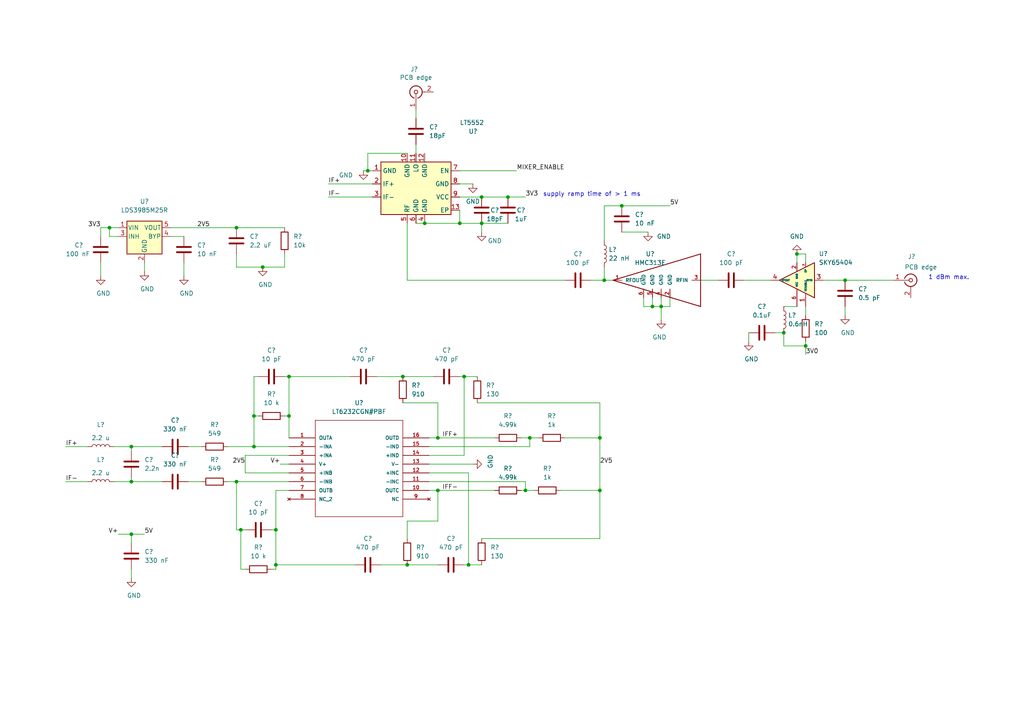
<source format=kicad_sch>
(kicad_sch (version 20210621) (generator eeschema)
  (paper "A4")
  (lib_symbols
    (symbol "Connector:Conn_Coaxial" (pin_names (offset 1.016) hide)
      (property "Reference" "J" (at 0.254 3.048 0))
      (property "Value" "Conn_Coaxial" (at 2.921 0 90))
      (symbol "Conn_Coaxial_0_1"
        (arc (start -1.778 0.508) (end 1.778 0) (radius (at -0.0508 0) (length 1.8034) (angles 163.6 0)) (stroke (width 0.254)))
        (arc (start 1.778 0) (end -1.778 -0.508) (radius (at -0.0254 0) (length 1.8034) (angles 0 -163.8)) (stroke (width 0.254)))
        (circle (center 0 0) (radius 0.508) (stroke (width 0.2032)))
        (polyline (pts (xy -2.54 0) (xy -0.508 0)))
        (polyline (pts (xy 0 -2.54) (xy 0 -1.778)))
      )
      (symbol "Conn_Coaxial_1_1"
        (pin passive line (at -5.08 0 0) (length 2.54) (name "In") (number "1"))
        (pin passive line (at 0 -5.08 90) (length 2.54) (name "Ext") (number "2"))
      )
    )
    (symbol "Device:C" (pin_numbers hide) (pin_names (offset 0.254))
      (property "Reference" "C" (at 0.635 2.54 0))
      (property "Value" "C" (at 0.635 -2.54 0))
      (symbol "C_0_1"
        (polyline (pts (xy -2.032 -0.762) (xy 2.032 -0.762)) (stroke (width 0.508)))
        (polyline (pts (xy -2.032 0.762) (xy 2.032 0.762)) (stroke (width 0.508)))
      )
      (symbol "C_1_1"
        (pin passive line (at 0 3.81 270) (length 2.794) (name "~") (number "1"))
        (pin passive line (at 0 -3.81 90) (length 2.794) (name "~") (number "2"))
      )
    )
    (symbol "Device:L" (pin_numbers hide) (pin_names (offset 1.016) hide)
      (property "Reference" "L" (at -1.27 0 90))
      (property "Value" "L" (at 1.905 0 90))
      (symbol "L_0_1"
        (arc (start 0 -2.54) (end 0 -1.27) (radius (at 0 -1.905) (length 0.635) (angles -89.9 89.9)))
        (arc (start 0 -1.27) (end 0 0) (radius (at 0 -0.635) (length 0.635) (angles -89.9 89.9)))
        (arc (start 0 0) (end 0 1.27) (radius (at 0 0.635) (length 0.635) (angles -89.9 89.9)))
        (arc (start 0 1.27) (end 0 2.54) (radius (at 0 1.905) (length 0.635) (angles -89.9 89.9)))
      )
      (symbol "L_1_1"
        (pin passive line (at 0 3.81 270) (length 1.27) (name "1") (number "1"))
        (pin passive line (at 0 -3.81 90) (length 1.27) (name "2") (number "2"))
      )
    )
    (symbol "Device:R" (pin_numbers hide) (pin_names (offset 0))
      (property "Reference" "R" (at 2.032 0 90))
      (property "Value" "R" (at 0 0 90))
      (symbol "R_0_1"
        (rectangle (start -1.016 -2.54) (end 1.016 2.54) (stroke (width 0.254)))
      )
      (symbol "R_1_1"
        (pin passive line (at 0 3.81 270) (length 1.27) (name "~") (number "1"))
        (pin passive line (at 0 -3.81 90) (length 1.27) (name "~") (number "2"))
      )
    )
    (symbol "HMC313E:HMC313E" (pin_names (offset 1.016))
      (property "Reference" "U" (at 10.16 7.62 0))
      (property "Value" "HMC313E" (at 10.16 5.08 0))
      (symbol "HMC313E_0_0"
        (polyline (pts (xy -15.24 -7.62) (xy -15.24 7.62)) (stroke (width 0.254)))
        (polyline (pts (xy -15.24 7.62) (xy 10.16 0)) (stroke (width 0.254)))
        (polyline (pts (xy 10.16 0) (xy -15.24 -7.62)) (stroke (width 0.254)))
        (pin output line (at 10.16 0 180) (length 2.54) (name "RFOUT") (number "1"))
        (pin power_in line (at -6.35 5.08 270) (length 2.54) (name "GND") (number "2"))
        (pin input line (at -15.24 0 0) (length 2.54) (name "RFIN") (number "3"))
        (pin power_in line (at -3.81 5.08 270) (length 2.54) (name "GND") (number "4"))
        (pin power_in line (at -1.27 5.08 270) (length 2.54) (name "GND") (number "5"))
        (pin power_in line (at 1.27 5.08 270) (length 2.54) (name "GND") (number "6"))
      )
    )
    (symbol "LT6232CGNPBF:LT6232CGNPBF" (pin_names (offset 1.016))
      (property "Reference" "U" (at 15.621 9.1186 0))
      (property "Value" "LT6232CGNPBF" (at 14.9606 6.5786 0))
      (symbol "LT6232CGNPBF_0_0"
        (polyline (pts (xy 7.62 -22.86) (xy 33.02 -22.86)) (stroke (width 0.1524)))
        (polyline (pts (xy 7.62 5.08) (xy 7.62 -22.86)) (stroke (width 0.1524)))
        (polyline (pts (xy 33.02 -22.86) (xy 33.02 5.08)) (stroke (width 0.1524)))
        (polyline (pts (xy 33.02 5.08) (xy 7.62 5.08)) (stroke (width 0.1524)))
        (pin output line (at 0 0 0) (length 7.62) (name "OUTA") (number "1"))
        (pin output line (at 40.64 -15.24 180) (length 7.62) (name "OUTC") (number "10"))
        (pin input line (at 40.64 -12.7 180) (length 7.62) (name "-INC") (number "11"))
        (pin input line (at 40.64 -10.16 180) (length 7.62) (name "+INC") (number "12"))
        (pin power_in line (at 40.64 -7.62 180) (length 7.62) (name "V-") (number "13"))
        (pin input line (at 40.64 -5.08 180) (length 7.62) (name "+IND") (number "14"))
        (pin input line (at 40.64 -2.54 180) (length 7.62) (name "-IND") (number "15"))
        (pin output line (at 40.64 0 180) (length 7.62) (name "OUTD") (number "16"))
        (pin input line (at 0 -2.54 0) (length 7.62) (name "-INA") (number "2"))
        (pin input line (at 0 -5.08 0) (length 7.62) (name "+INA") (number "3"))
        (pin power_in line (at 0 -7.62 0) (length 7.62) (name "V+") (number "4"))
        (pin input line (at 0 -10.16 0) (length 7.62) (name "+INB") (number "5"))
        (pin input line (at 0 -12.7 0) (length 7.62) (name "-INB") (number "6"))
        (pin output line (at 0 -15.24 0) (length 7.62) (name "OUTB") (number "7"))
        (pin no_connect line (at 0 -17.78 0) (length 7.62) (name "NC_2") (number "8"))
        (pin no_connect line (at 40.64 -17.78 180) (length 7.62) (name "NC") (number "9"))
      )
    )
    (symbol "RF_Amplifier:SKY65404"
      (property "Reference" "U" (at 6.35 2.54 0))
      (property "Value" "SKY65404" (at 10.16 -2.54 0))
      (symbol "SKY65404_0_1"
        (polyline (pts (xy -2.54 5.08) (xy -2.54 -2.54) (xy -2.54 -5.08) (xy 7.62 0) (xy -2.54 5.08)) (stroke (width 0.254)) (fill (type background)))
      )
      (symbol "SKY65404_1_1"
        (pin input line (at 0 7.62 270) (length 3.81) (name "VENABLE") (number "1"))
        (pin power_in line (at 2.54 -5.08 90) (length 2.54) (name "GND") (number "2"))
        (pin input line (at -5.08 0 0) (length 2.54) (name "RFIN") (number "3"))
        (pin output line (at 10.16 0 180) (length 2.54) (name "RFOUT") (number "4"))
        (pin passive line (at 2.54 -5.08 90) (length 2.54) hide (name "GND") (number "5"))
        (pin power_in line (at 2.54 7.62 270) (length 5.08) (name "VCC") (number "6"))
        (pin passive line (at 0 -5.08 90) (length 1.27) (name "EP") (number "7"))
      )
    )
    (symbol "RF_Mixer:LT5552"
      (property "Reference" "U" (at -13.97 13.97 0))
      (property "Value" "LT5552" (at -13.97 11.43 0))
      (symbol "LT5552_0_0"
        (pin power_in line (at -10.16 -2.54 0) (length 2.54) (name "GND") (number "10"))
        (pin input line (at -10.16 0 0) (length 2.54) (name "LO") (number "11"))
        (pin power_in line (at -10.16 2.54 0) (length 2.54) (name "GND") (number "12"))
        (pin power_in line (at 6.35 12.7 270) (length 2.54) (name "EP") (number "13"))
      )
      (symbol "LT5552_0_1"
        (rectangle (start -7.62 10.16) (end 7.62 -10.16) (stroke (width 0.254)) (fill (type background)))
      )
      (symbol "LT5552_1_1"
        (pin power_in line (at -5.08 -12.7 90) (length 2.54) (name "GND") (number "1"))
        (pin bidirectional line (at -1.27 -12.7 90) (length 2.54) (name "IF+") (number "2"))
        (pin bidirectional line (at 2.54 -12.7 90) (length 2.54) (name "IF-") (number "3"))
        (pin power_in line (at 10.16 2.54 180) (length 2.54) (name "GND") (number "4"))
        (pin bidirectional line (at 10.16 -2.54 180) (length 2.54) (name "RF") (number "5"))
        (pin power_in line (at 10.16 0 180) (length 2.54) (name "GND") (number "6"))
        (pin input line (at -5.08 12.7 270) (length 2.54) (name "EN") (number "7"))
        (pin power_in line (at -1.27 12.7 270) (length 2.54) (name "GND") (number "8"))
        (pin power_in line (at 2.54 12.7 270) (length 2.54) (name "VCC") (number "9"))
      )
    )
    (symbol "Regulator_Linear:LD3985M25R_SOT23" (pin_names (offset 0.254))
      (property "Reference" "U" (at -3.81 5.715 0))
      (property "Value" "LD3985M25R_SOT23" (at 0 5.715 0))
      (symbol "LD3985M25R_SOT23_0_1"
        (rectangle (start -5.08 4.445) (end 5.08 -5.08) (stroke (width 0.254)) (fill (type background)))
      )
      (symbol "LD3985M25R_SOT23_1_1"
        (pin power_in line (at -7.62 2.54 0) (length 2.54) (name "VIN") (number "1"))
        (pin power_in line (at 0 -7.62 90) (length 2.54) (name "GND") (number "2"))
        (pin input line (at -7.62 0 0) (length 2.54) (name "INH") (number "3"))
        (pin input line (at 7.62 0 180) (length 2.54) (name "BYP") (number "4"))
        (pin power_out line (at 7.62 2.54 180) (length 2.54) (name "VOUT") (number "5"))
      )
    )
    (symbol "power:GND" (power) (pin_names (offset 0))
      (property "Value" "GND" (at 0 -3.81 0))
      (symbol "GND_0_1"
        (polyline (pts (xy 0 0) (xy 0 -1.27) (xy 1.27 -1.27) (xy 0 -2.54) (xy -1.27 -1.27) (xy 0 -1.27)))
      )
      (symbol "GND_1_1"
        (pin power_in line (at 0 0 270) (length 0) hide (name "GND") (number "1"))
      )
    )
  )
  (junction (at 31.75 66.04))
  (junction (at 38.1 129.54))
  (junction (at 38.1 139.7))
  (junction (at 38.1 154.94))
  (junction (at 68.58 66.04))
  (junction (at 68.58 139.7))
  (junction (at 69.85 153.67))
  (junction (at 73.66 120.65))
  (junction (at 73.66 129.54))
  (junction (at 76.2 77.47))
  (junction (at 80.01 153.67))
  (junction (at 80.01 163.83))
  (junction (at 83.82 109.22))
  (junction (at 83.82 120.65))
  (junction (at 106.68 49.53))
  (junction (at 116.84 109.22))
  (junction (at 118.11 163.83))
  (junction (at 123.19 64.77))
  (junction (at 127 127))
  (junction (at 127 142.24))
  (junction (at 133.35 64.77))
  (junction (at 134.62 109.22))
  (junction (at 135.89 163.83))
  (junction (at 139.7 57.15))
  (junction (at 139.7 64.77))
  (junction (at 147.32 57.15))
  (junction (at 152.4 142.24))
  (junction (at 153.67 127))
  (junction (at 173.99 127))
  (junction (at 173.99 142.24))
  (junction (at 175.26 81.28))
  (junction (at 180.34 59.69))
  (junction (at 189.23 88.9))
  (junction (at 191.77 88.9))
  (junction (at 227.33 96.52))
  (junction (at 231.14 73.66))
  (junction (at 233.68 100.33))
  (junction (at 245.11 81.28))
  (wire (pts (xy 19.05 129.54) (xy 25.4 129.54)))
  (wire (pts (xy 19.05 139.7) (xy 25.4 139.7)))
  (wire (pts (xy 29.21 66.04) (xy 29.21 68.58)))
  (wire (pts (xy 29.21 66.04) (xy 31.75 66.04)))
  (wire (pts (xy 29.21 76.2) (xy 29.21 80.01)))
  (wire (pts (xy 31.75 66.04) (xy 34.29 66.04)))
  (wire (pts (xy 31.75 68.58) (xy 31.75 66.04)))
  (wire (pts (xy 33.02 129.54) (xy 38.1 129.54)))
  (wire (pts (xy 33.02 139.7) (xy 38.1 139.7)))
  (wire (pts (xy 34.29 68.58) (xy 31.75 68.58)))
  (wire (pts (xy 34.29 154.94) (xy 38.1 154.94)))
  (wire (pts (xy 38.1 129.54) (xy 38.1 130.81)))
  (wire (pts (xy 38.1 129.54) (xy 46.99 129.54)))
  (wire (pts (xy 38.1 138.43) (xy 38.1 139.7)))
  (wire (pts (xy 38.1 139.7) (xy 46.99 139.7)))
  (wire (pts (xy 38.1 154.94) (xy 38.1 157.48)))
  (wire (pts (xy 38.1 154.94) (xy 41.91 154.94)))
  (wire (pts (xy 38.1 165.1) (xy 38.1 167.64)))
  (wire (pts (xy 41.91 76.2) (xy 41.91 78.74)))
  (wire (pts (xy 49.53 66.04) (xy 68.58 66.04)))
  (wire (pts (xy 49.53 68.58) (xy 53.34 68.58)))
  (wire (pts (xy 53.34 76.2) (xy 53.34 80.01)))
  (wire (pts (xy 54.61 129.54) (xy 58.42 129.54)))
  (wire (pts (xy 54.61 139.7) (xy 58.42 139.7)))
  (wire (pts (xy 66.04 129.54) (xy 73.66 129.54)))
  (wire (pts (xy 66.04 139.7) (xy 68.58 139.7)))
  (wire (pts (xy 68.58 66.04) (xy 82.55 66.04)))
  (wire (pts (xy 68.58 73.66) (xy 68.58 77.47)))
  (wire (pts (xy 68.58 77.47) (xy 76.2 77.47)))
  (wire (pts (xy 68.58 139.7) (xy 68.58 153.67)))
  (wire (pts (xy 68.58 139.7) (xy 83.82 139.7)))
  (wire (pts (xy 68.58 153.67) (xy 69.85 153.67)))
  (wire (pts (xy 69.85 153.67) (xy 69.85 165.1)))
  (wire (pts (xy 69.85 153.67) (xy 71.12 153.67)))
  (wire (pts (xy 71.12 132.08) (xy 71.12 137.16)))
  (wire (pts (xy 71.12 132.08) (xy 83.82 132.08)))
  (wire (pts (xy 71.12 165.1) (xy 69.85 165.1)))
  (wire (pts (xy 73.66 109.22) (xy 73.66 120.65)))
  (wire (pts (xy 73.66 120.65) (xy 73.66 129.54)))
  (wire (pts (xy 73.66 129.54) (xy 83.82 129.54)))
  (wire (pts (xy 74.93 109.22) (xy 73.66 109.22)))
  (wire (pts (xy 74.93 120.65) (xy 73.66 120.65)))
  (wire (pts (xy 76.2 77.47) (xy 82.55 77.47)))
  (wire (pts (xy 78.74 153.67) (xy 80.01 153.67)))
  (wire (pts (xy 80.01 142.24) (xy 80.01 153.67)))
  (wire (pts (xy 80.01 153.67) (xy 80.01 163.83)))
  (wire (pts (xy 80.01 163.83) (xy 80.01 165.1)))
  (wire (pts (xy 80.01 163.83) (xy 102.87 163.83)))
  (wire (pts (xy 80.01 165.1) (xy 78.74 165.1)))
  (wire (pts (xy 81.28 134.62) (xy 83.82 134.62)))
  (wire (pts (xy 82.55 73.66) (xy 82.55 77.47)))
  (wire (pts (xy 82.55 109.22) (xy 83.82 109.22)))
  (wire (pts (xy 83.82 109.22) (xy 83.82 120.65)))
  (wire (pts (xy 83.82 109.22) (xy 101.6 109.22)))
  (wire (pts (xy 83.82 120.65) (xy 82.55 120.65)))
  (wire (pts (xy 83.82 127) (xy 83.82 120.65)))
  (wire (pts (xy 83.82 137.16) (xy 71.12 137.16)))
  (wire (pts (xy 83.82 142.24) (xy 80.01 142.24)))
  (wire (pts (xy 95.25 53.34) (xy 107.95 53.34)))
  (wire (pts (xy 95.25 57.15) (xy 107.95 57.15)))
  (wire (pts (xy 106.68 44.45) (xy 106.68 49.53)))
  (wire (pts (xy 106.68 49.53) (xy 105.41 49.53)))
  (wire (pts (xy 107.95 49.53) (xy 106.68 49.53)))
  (wire (pts (xy 109.22 109.22) (xy 116.84 109.22)))
  (wire (pts (xy 110.49 163.83) (xy 118.11 163.83)))
  (wire (pts (xy 116.84 109.22) (xy 125.73 109.22)))
  (wire (pts (xy 116.84 116.84) (xy 127 116.84)))
  (wire (pts (xy 118.11 44.45) (xy 106.68 44.45)))
  (wire (pts (xy 118.11 64.77) (xy 118.11 81.28)))
  (wire (pts (xy 118.11 81.28) (xy 163.83 81.28)))
  (wire (pts (xy 118.11 151.13) (xy 127 151.13)))
  (wire (pts (xy 118.11 156.21) (xy 118.11 151.13)))
  (wire (pts (xy 118.11 163.83) (xy 127 163.83)))
  (wire (pts (xy 120.65 31.75) (xy 120.65 34.29)))
  (wire (pts (xy 120.65 41.91) (xy 120.65 44.45)))
  (wire (pts (xy 123.19 64.77) (xy 120.65 64.77)))
  (wire (pts (xy 124.46 127) (xy 127 127)))
  (wire (pts (xy 124.46 129.54) (xy 153.67 129.54)))
  (wire (pts (xy 124.46 134.62) (xy 137.16 134.62)))
  (wire (pts (xy 124.46 139.7) (xy 152.4 139.7)))
  (wire (pts (xy 124.46 142.24) (xy 127 142.24)))
  (wire (pts (xy 127 116.84) (xy 127 127)))
  (wire (pts (xy 127 127) (xy 143.51 127)))
  (wire (pts (xy 127 142.24) (xy 143.51 142.24)))
  (wire (pts (xy 127 151.13) (xy 127 142.24)))
  (wire (pts (xy 133.35 49.53) (xy 149.86 49.53)))
  (wire (pts (xy 133.35 53.34) (xy 137.16 53.34)))
  (wire (pts (xy 133.35 60.96) (xy 133.35 64.77)))
  (wire (pts (xy 133.35 64.77) (xy 123.19 64.77)))
  (wire (pts (xy 133.35 109.22) (xy 134.62 109.22)))
  (wire (pts (xy 134.62 109.22) (xy 134.62 132.08)))
  (wire (pts (xy 134.62 109.22) (xy 138.43 109.22)))
  (wire (pts (xy 134.62 132.08) (xy 124.46 132.08)))
  (wire (pts (xy 134.62 163.83) (xy 135.89 163.83)))
  (wire (pts (xy 135.89 137.16) (xy 124.46 137.16)))
  (wire (pts (xy 135.89 163.83) (xy 135.89 137.16)))
  (wire (pts (xy 135.89 163.83) (xy 139.7 163.83)))
  (wire (pts (xy 138.43 116.84) (xy 173.99 116.84)))
  (wire (pts (xy 139.7 57.15) (xy 133.35 57.15)))
  (wire (pts (xy 139.7 57.15) (xy 147.32 57.15)))
  (wire (pts (xy 139.7 64.77) (xy 133.35 64.77)))
  (wire (pts (xy 139.7 64.77) (xy 139.7 67.31)))
  (wire (pts (xy 139.7 64.77) (xy 147.32 64.77)))
  (wire (pts (xy 147.32 57.15) (xy 152.4 57.15)))
  (wire (pts (xy 151.13 127) (xy 153.67 127)))
  (wire (pts (xy 151.13 142.24) (xy 152.4 142.24)))
  (wire (pts (xy 152.4 139.7) (xy 152.4 142.24)))
  (wire (pts (xy 152.4 142.24) (xy 154.94 142.24)))
  (wire (pts (xy 153.67 127) (xy 156.21 127)))
  (wire (pts (xy 153.67 129.54) (xy 153.67 127)))
  (wire (pts (xy 162.56 142.24) (xy 173.99 142.24)))
  (wire (pts (xy 163.83 127) (xy 173.99 127)))
  (wire (pts (xy 171.45 81.28) (xy 175.26 81.28)))
  (wire (pts (xy 173.99 116.84) (xy 173.99 127)))
  (wire (pts (xy 173.99 127) (xy 173.99 142.24)))
  (wire (pts (xy 173.99 142.24) (xy 173.99 156.21)))
  (wire (pts (xy 173.99 156.21) (xy 139.7 156.21)))
  (wire (pts (xy 175.26 59.69) (xy 175.26 69.85)))
  (wire (pts (xy 175.26 77.47) (xy 175.26 81.28)))
  (wire (pts (xy 175.26 81.28) (xy 177.8 81.28)))
  (wire (pts (xy 180.34 59.69) (xy 175.26 59.69)))
  (wire (pts (xy 180.34 59.69) (xy 194.31 59.69)))
  (wire (pts (xy 180.34 67.31) (xy 187.96 67.31)))
  (wire (pts (xy 186.69 86.36) (xy 186.69 88.9)))
  (wire (pts (xy 186.69 88.9) (xy 189.23 88.9)))
  (wire (pts (xy 189.23 88.9) (xy 189.23 86.36)))
  (wire (pts (xy 189.23 88.9) (xy 191.77 88.9)))
  (wire (pts (xy 191.77 86.36) (xy 191.77 88.9)))
  (wire (pts (xy 191.77 88.9) (xy 191.77 92.71)))
  (wire (pts (xy 194.31 86.36) (xy 194.31 88.9)))
  (wire (pts (xy 194.31 88.9) (xy 191.77 88.9)))
  (wire (pts (xy 203.2 81.28) (xy 208.28 81.28)))
  (wire (pts (xy 215.9 81.28) (xy 223.52 81.28)))
  (wire (pts (xy 217.17 96.52) (xy 217.17 99.06)))
  (wire (pts (xy 224.79 96.52) (xy 227.33 96.52)))
  (wire (pts (xy 227.33 88.9) (xy 231.14 88.9)))
  (wire (pts (xy 227.33 96.52) (xy 227.33 100.33)))
  (wire (pts (xy 227.33 100.33) (xy 233.68 100.33)))
  (wire (pts (xy 231.14 73.66) (xy 231.14 76.2)))
  (wire (pts (xy 233.68 73.66) (xy 231.14 73.66)))
  (wire (pts (xy 233.68 76.2) (xy 233.68 73.66)))
  (wire (pts (xy 233.68 88.9) (xy 233.68 91.44)))
  (wire (pts (xy 233.68 99.06) (xy 233.68 100.33)))
  (wire (pts (xy 233.68 100.33) (xy 233.68 102.87)))
  (wire (pts (xy 238.76 81.28) (xy 245.11 81.28)))
  (wire (pts (xy 245.11 81.28) (xy 259.08 81.28)))
  (wire (pts (xy 245.11 88.9) (xy 245.11 91.44)))
  (text "supply ramp time of > 1 ms" (at 157.48 57.15 0) (effects (font (size 1.27 1.27)) (justify left bottom)))
  (text "1 dBm max." (at 269.24 81.28 0) (effects (font (size 1.27 1.27)) (justify left bottom)))
  (label "IF+" (at 19.05 129.54 0))
  (label "IF-" (at 19.05 139.7 0))
  (label "3V3" (at 29.21 66.04 180))
  (label "V+" (at 34.29 154.94 180))
  (label "5V" (at 41.91 154.94 0))
  (label "2V5" (at 57.15 66.04 0))
  (label "2V5" (at 71.12 134.62 180))
  (label "V+" (at 81.28 134.62 180))
  (label "IF+" (at 95.25 53.34 0))
  (label "IF-" (at 95.25 57.15 0))
  (label "IFF+" (at 128.27 127 0))
  (label "IFF-" (at 128.27 142.24 0))
  (label "MIXER_ENABLE" (at 149.86 49.53 0))
  (label "3V3" (at 152.4 57.15 0))
  (label "2V5" (at 173.99 134.62 0))
  (label "5V" (at 194.31 59.69 0))
  (label "3V0" (at 233.68 102.87 0))
  (symbol (lib_id "power:GND") (at 29.21 80.01 0) (unit 1)
    (property "Reference" "#PWR?" (effects hide))
    (property "Value" "GND" (at 27.94 85.0899 0) (effects (justify left)))
  )
  (symbol (lib_id "power:GND") (at 38.1 167.64 0) (unit 1)
    (property "Reference" "#PWR?" (effects hide))
    (property "Value" "GND" (at 36.83 172.7199 0) (effects (justify left)))
  )
  (symbol (lib_id "power:GND") (at 41.91 78.74 0) (unit 1)
    (property "Reference" "#PWR?" (effects hide))
    (property "Value" "GND" (at 40.64 83.8199 0) (effects (justify left)))
  )
  (symbol (lib_id "power:GND") (at 53.34 80.01 0) (unit 1)
    (property "Reference" "#PWR?" (effects hide))
    (property "Value" "GND" (at 52.07 85.0899 0) (effects (justify left)))
  )
  (symbol (lib_id "power:GND") (at 76.2 77.47 0) (unit 1)
    (property "Reference" "#PWR?" (effects hide))
    (property "Value" "GND" (at 74.93 82.5499 0) (effects (justify left)))
  )
  (symbol (lib_id "power:GND") (at 105.41 49.53 0) (unit 1)
    (property "Reference" "#PWR?" (effects hide))
    (property "Value" "GND" (at 100.33 50.8 0))
  )
  (symbol (lib_id "power:GND") (at 137.16 53.34 0) (unit 1)
    (property "Reference" "#PWR?" (effects hide))
    (property "Value" "GND" (at 137.16 58.42 0))
  )
  (symbol (lib_id "power:GND") (at 137.16 134.62 90) (unit 1)
    (property "Reference" "#PWR?" (effects hide))
    (property "Value" "GND" (at 142.2399 135.89 0) (effects (justify left)))
  )
  (symbol (lib_id "power:GND") (at 139.7 67.31 0) (unit 1)
    (property "Reference" "#PWR?" (effects hide))
    (property "Value" "GND" (at 143.51 69.85 0))
  )
  (symbol (lib_id "power:GND") (at 187.96 67.31 0) (unit 1)
    (property "Reference" "#PWR?" (effects hide))
    (property "Value" "GND" (at 190.5 68.5799 0) (effects (justify left)))
  )
  (symbol (lib_id "power:GND") (at 191.77 92.71 0) (unit 1)
    (property "Reference" "#PWR?" (effects hide))
    (property "Value" "GND" (at 189.23 97.7899 0) (effects (justify left)))
  )
  (symbol (lib_id "power:GND") (at 217.17 99.06 0) (unit 1)
    (property "Reference" "#PWR?" (effects hide))
    (property "Value" "GND" (at 215.9 104.1399 0) (effects (justify left)))
  )
  (symbol (lib_id "power:GND") (at 231.14 73.66 180) (unit 1)
    (property "Reference" "#PWR?" (effects hide))
    (property "Value" "GND" (at 231.14 68.58 0))
  )
  (symbol (lib_id "power:GND") (at 245.11 91.44 0) (unit 1)
    (property "Reference" "#PWR?" (effects hide))
    (property "Value" "GND" (at 243.84 96.5199 0) (effects (justify left)))
  )
  (symbol (lib_id "Device:L") (at 29.21 129.54 90) (unit 1)
    (property "Reference" "L?" (at 29.21 123.19 90))
    (property "Value" "2.2 u" (at 29.21 127 90))
  )
  (symbol (lib_id "Device:L") (at 29.21 139.7 90) (unit 1)
    (property "Reference" "L?" (at 29.21 133.35 90))
    (property "Value" "2.2 u" (at 29.21 137.16 90))
  )
  (symbol (lib_id "Device:L") (at 175.26 73.66 0) (unit 1)
    (property "Reference" "L?" (at 176.53 72.3899 0) (effects (justify left)))
    (property "Value" "22 nH" (at 176.53 74.9299 0) (effects (justify left)))
    (property "Footprint" "Inductor_SMD:L_0805_2012Metric" (effects hide))
  )
  (symbol (lib_id "Device:L") (at 227.33 92.71 0) (unit 1)
    (property "Reference" "L?" (at 228.6 91.4399 0) (effects (justify left)))
    (property "Value" "0.6nH" (at 228.6 93.9799 0) (effects (justify left)))
  )
  (symbol (lib_id "Device:R") (at 62.23 129.54 90) (unit 1)
    (property "Reference" "R?" (at 62.23 123.19 90))
    (property "Value" "549" (at 62.23 125.73 90))
  )
  (symbol (lib_id "Device:R") (at 62.23 139.7 90) (unit 1)
    (property "Reference" "R?" (at 62.23 133.35 90))
    (property "Value" "549" (at 62.23 135.89 90))
  )
  (symbol (lib_id "Device:R") (at 74.93 165.1 90) (unit 1)
    (property "Reference" "R?" (at 74.93 158.75 90))
    (property "Value" "10 k" (at 74.93 161.29 90))
  )
  (symbol (lib_id "Device:R") (at 78.74 120.65 90) (unit 1)
    (property "Reference" "R?" (at 78.74 114.3 90))
    (property "Value" "10 k" (at 78.74 116.84 90))
  )
  (symbol (lib_id "Device:R") (at 82.55 69.85 180) (unit 1)
    (property "Reference" "R?" (at 85.09 68.5799 0) (effects (justify right)))
    (property "Value" "10k" (at 85.09 71.1199 0) (effects (justify right)))
  )
  (symbol (lib_id "Device:R") (at 116.84 113.03 0) (unit 1)
    (property "Reference" "R?" (at 119.38 111.7599 0) (effects (justify left)))
    (property "Value" "910" (at 119.38 114.2999 0) (effects (justify left)))
  )
  (symbol (lib_id "Device:R") (at 118.11 160.02 180) (unit 1)
    (property "Reference" "R?" (at 120.65 158.7499 0) (effects (justify right)))
    (property "Value" "910" (at 120.65 161.2899 0) (effects (justify right)))
  )
  (symbol (lib_id "Device:R") (at 138.43 113.03 180) (unit 1)
    (property "Reference" "R?" (at 140.97 111.7599 0) (effects (justify right)))
    (property "Value" "130" (at 140.97 114.2999 0) (effects (justify right)))
  )
  (symbol (lib_id "Device:R") (at 139.7 160.02 180) (unit 1)
    (property "Reference" "R?" (at 142.24 158.7499 0) (effects (justify right)))
    (property "Value" "130" (at 142.24 161.2899 0) (effects (justify right)))
  )
  (symbol (lib_id "Device:R") (at 147.32 127 90) (unit 1)
    (property "Reference" "R?" (at 147.32 120.65 90))
    (property "Value" "4.99k" (at 147.32 123.19 90))
  )
  (symbol (lib_id "Device:R") (at 147.32 142.24 90) (unit 1)
    (property "Reference" "R?" (at 147.32 135.89 90))
    (property "Value" "4.99k" (at 147.32 138.43 90))
  )
  (symbol (lib_id "Device:R") (at 158.75 142.24 90) (unit 1)
    (property "Reference" "R?" (at 158.75 135.89 90))
    (property "Value" "1k" (at 158.75 138.43 90))
  )
  (symbol (lib_id "Device:R") (at 160.02 127 90) (unit 1)
    (property "Reference" "R?" (at 160.02 120.65 90))
    (property "Value" "1k" (at 160.02 123.19 90))
  )
  (symbol (lib_id "Device:R") (at 233.68 95.25 0) (unit 1)
    (property "Reference" "R?" (at 236.22 93.9799 0) (effects (justify left)))
    (property "Value" "100" (at 236.22 96.5199 0) (effects (justify left)))
  )
  (symbol (lib_id "Device:C") (at 29.21 72.39 0) (unit 1)
    (property "Reference" "C?" (at 21.59 71.1199 0) (effects (justify left)))
    (property "Value" "100 nF" (at 19.05 73.6599 0) (effects (justify left)))
  )
  (symbol (lib_id "Device:C") (at 38.1 134.62 0) (unit 1)
    (property "Reference" "C?" (at 41.91 133.3499 0) (effects (justify left)))
    (property "Value" "2.2n" (at 41.91 135.8899 0) (effects (justify left)))
  )
  (symbol (lib_id "Device:C") (at 38.1 161.29 180) (unit 1)
    (property "Reference" "C?" (at 41.91 160.0199 0) (effects (justify right)))
    (property "Value" "330 nF" (at 41.91 162.5599 0) (effects (justify right)))
  )
  (symbol (lib_id "Device:C") (at 50.8 129.54 90) (unit 1)
    (property "Reference" "C?" (at 50.8 121.92 90))
    (property "Value" "330 nF" (at 50.8 124.46 90))
  )
  (symbol (lib_id "Device:C") (at 50.8 139.7 90) (unit 1)
    (property "Reference" "C?" (at 50.8 132.08 90))
    (property "Value" "330 nF" (at 50.8 134.62 90))
  )
  (symbol (lib_id "Device:C") (at 53.34 72.39 0) (unit 1)
    (property "Reference" "C?" (at 57.15 71.1199 0) (effects (justify left)))
    (property "Value" "10 nF" (at 57.15 73.6599 0) (effects (justify left)))
  )
  (symbol (lib_id "Device:C") (at 68.58 69.85 0) (unit 1)
    (property "Reference" "C?" (at 72.39 68.5799 0) (effects (justify left)))
    (property "Value" "2.2 uF" (at 72.39 71.1199 0) (effects (justify left)))
  )
  (symbol (lib_id "Device:C") (at 74.93 153.67 90) (unit 1)
    (property "Reference" "C?" (at 74.93 146.05 90))
    (property "Value" "10 pF" (at 74.93 148.59 90))
  )
  (symbol (lib_id "Device:C") (at 78.74 109.22 90) (unit 1)
    (property "Reference" "C?" (at 78.74 101.6 90))
    (property "Value" "10 pF" (at 78.74 104.14 90))
  )
  (symbol (lib_id "Device:C") (at 105.41 109.22 90) (unit 1)
    (property "Reference" "C?" (at 105.41 101.6 90))
    (property "Value" "470 pF" (at 105.41 104.14 90))
  )
  (symbol (lib_id "Device:C") (at 106.68 163.83 90) (unit 1)
    (property "Reference" "C?" (at 106.68 156.21 90))
    (property "Value" "470 pF" (at 106.68 158.75 90))
  )
  (symbol (lib_id "Device:C") (at 120.65 38.1 0) (unit 1)
    (property "Reference" "C?" (at 124.46 36.8299 0) (effects (justify left)))
    (property "Value" "18pF" (at 124.46 39.3699 0) (effects (justify left)))
    (property "Footprint" "Capacitor_SMD:C_0402_1005Metric" (effects hide))
    (property "Candidate" "0402ZK180GBS" (effects hide))
  )
  (symbol (lib_id "Device:C") (at 129.54 109.22 90) (unit 1)
    (property "Reference" "C?" (at 129.54 101.6 90))
    (property "Value" "470 pF" (at 129.54 104.14 90))
  )
  (symbol (lib_id "Device:C") (at 130.81 163.83 90) (unit 1)
    (property "Reference" "C?" (at 130.81 156.21 90))
    (property "Value" "470 pF" (at 130.81 158.75 90))
  )
  (symbol (lib_id "Device:C") (at 139.7 60.96 0) (unit 1)
    (property "Reference" "C?" (at 143.51 60.96 0))
    (property "Value" "18pF" (at 143.51 63.5 0))
    (property "Footprint" "Capacitor_SMD:C_0402_1005Metric" (effects hide))
    (property "Candidate" "GJM1555C1H180FB01" (effects hide))
  )
  (symbol (lib_id "Device:C") (at 147.32 60.96 0) (unit 1)
    (property "Reference" "C?" (at 151.13 60.96 0))
    (property "Value" "1uF" (at 151.13 63.5 0))
    (property "Footprint" "Capacitor_SMD:C_0603_1608Metric" (effects hide))
    (property "Candidate" "GRM188R71A105KA61" (effects hide))
  )
  (symbol (lib_id "Device:C") (at 167.64 81.28 90) (unit 1)
    (property "Reference" "C?" (at 167.64 73.66 90))
    (property "Value" "100 pF" (at 167.64 76.2 90))
    (property "Footprint" "Capacitor_SMD:C_0402_1005Metric" (effects hide))
  )
  (symbol (lib_id "Device:C") (at 180.34 63.5 0) (unit 1)
    (property "Reference" "C?" (at 184.15 62.2299 0) (effects (justify left)))
    (property "Value" "10 nF" (at 184.15 64.7699 0) (effects (justify left)))
    (property "Footprint" "Capacitor_SMD:C_0805_2012Metric" (effects hide))
  )
  (symbol (lib_id "Device:C") (at 212.09 81.28 90) (unit 1)
    (property "Reference" "C?" (at 212.09 73.66 90))
    (property "Value" "100 pF" (at 212.09 76.2 90))
    (property "Footprint" "Capacitor_SMD:C_0402_1005Metric" (effects hide))
  )
  (symbol (lib_id "Device:C") (at 220.98 96.52 90) (unit 1)
    (property "Reference" "C?" (at 220.98 88.9 90))
    (property "Value" "0.1uF" (at 220.98 91.44 90))
  )
  (symbol (lib_id "Device:C") (at 245.11 85.09 0) (unit 1)
    (property "Reference" "C?" (at 248.92 83.8199 0) (effects (justify left)))
    (property "Value" "0.5 pF" (at 248.92 86.3599 0) (effects (justify left)))
  )
  (symbol (lib_id "Connector:Conn_Coaxial") (at 120.65 26.67 90) (unit 1)
    (property "Reference" "J?" (at 120.142 20.066 90))
    (property "Value" "PCB edge" (at 120.65 22.479 90))
    (property "Footprint" "Connector_Coaxial:SMA_Molex_73251-1153_EdgeMount_Horizontal" (effects hide))
    (property "Datasheet" " ~" (effects hide))
    (property "Candidate" "0732511150" (effects hide))
  )
  (symbol (lib_id "Connector:Conn_Coaxial") (at 264.16 81.28 0) (unit 1)
    (property "Reference" "J?" (at 264.414 74.422 0))
    (property "Value" "PCB edge" (at 267.081 77.47 0))
    (property "Footprint" "Connector_Coaxial:SMA_Molex_73251-1153_EdgeMount_Horizontal" (effects hide))
    (property "Datasheet" " ~" (effects hide))
    (property "Candidate" "0732511150" (effects hide))
  )
  (symbol (lib_id "Regulator_Linear:LD3985M25R_SOT23") (at 41.91 68.58 0) (unit 1)
    (property "Reference" "U?" (at 41.91 58.42 0))
    (property "Value" "LDS3985M25R" (at 41.91 60.96 0))
    (property "Footprint" "Package_TO_SOT_SMD:SOT-23-5" (effects hide))
    (property "Datasheet" "http://www.st.com/internet/com/TECHNICAL_RESOURCES/TECHNICAL_LITERATURE/DATASHEET/CD00003395.pdf" (effects hide))
  )
  (symbol (lib_id "RF_Amplifier:SKY65404") (at 233.68 81.28 180) (unit 1) (in_bom no)
    (property "Reference" "U?" (at 237.49 73.5964 0) (effects (justify right)))
    (property "Value" "SKY65404" (at 237.49 76.1364 0) (effects (justify right)))
    (property "Footprint" "RF:Skyworks_SKY65404-31" (effects hide))
    (property "Datasheet" "http://www.skyworksinc.com/uploads/documents/SKY65404_31_201512K.pdf" (effects hide))
  )
  (symbol (lib_id "HMC313E:HMC313E") (at 187.96 81.28 180) (unit 1)
    (property "Reference" "U?" (at 188.595 73.66 0))
    (property "Value" "HMC313E" (at 188.595 76.2 0))
    (property "Footprint" "Package_TO_SOT_SMD:SOT-23-6" (effects hide))
    (property "VALUE" "HMC313E" (effects hide))
    (property "PARTNO" "1127-2932-ND" (effects hide))
  )
  (symbol (lib_id "RF_Mixer:LT5552") (at 120.65 54.61 270) (unit 1) (in_bom no)
    (property "Reference" "U?" (at 135.8901 38.1 90) (effects (justify left)))
    (property "Value" "LT5552" (at 133.3501 35.56 90) (effects (justify left)))
    (property "Footprint" "LTC5552:MIXER_LTC5553IUDB#TRMPBF" (effects hide))
    (property "Datasheet" "https://www.analog.com/media/en/technical-documentation/data-sheets/5552f.pdf" (effects hide))
  )
  (symbol (lib_id "LT6232CGNPBF:LT6232CGNPBF") (at 83.82 127 0) (unit 1)
    (property "Reference" "U?" (at 104.14 116.84 0))
    (property "Value" "LT6232CGN#PBF" (at 104.14 119.38 0))
    (property "Footprint" "Package_SO:SSOP-16_3.9x4.9mm_P0.635mm" (effects hide))
    (property "COPYRIGHT" "Copyright C 2016 Accelerated Designs. All rights reserved" (effects hide))
    (property "MANUFACTURER_PART_NUMBER" "LT6232CGN#PBF" (effects hide))
    (property "DIGIKEY_PART_NUMBER" "LT6232CGN#PBFND" (effects hide))
    (property "VENDOR" "Linear Technology" (effects hide))
  )
)
</source>
